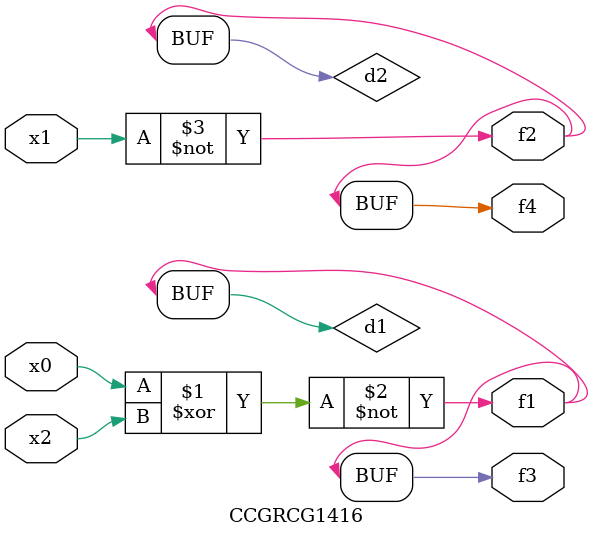
<source format=v>
module CCGRCG1416(
	input x0, x1, x2,
	output f1, f2, f3, f4
);

	wire d1, d2, d3;

	xnor (d1, x0, x2);
	nand (d2, x1);
	nor (d3, x1, x2);
	assign f1 = d1;
	assign f2 = d2;
	assign f3 = d1;
	assign f4 = d2;
endmodule

</source>
